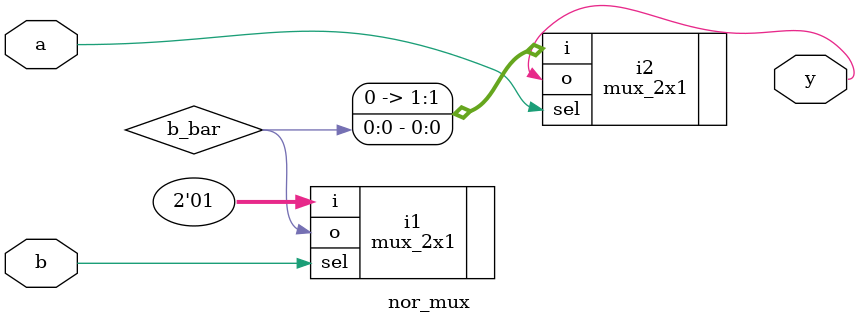
<source format=v>
module nor_mux(
	input a,b,
	output y);
	
wire b_bar;

mux_2x1 i1(.i({1'b0,1'b1}),.sel(b),.o(b_bar));
	
mux_2x1 i2(.i({1'b0,b_bar}),.sel(a),.o(y));

endmodule

</source>
